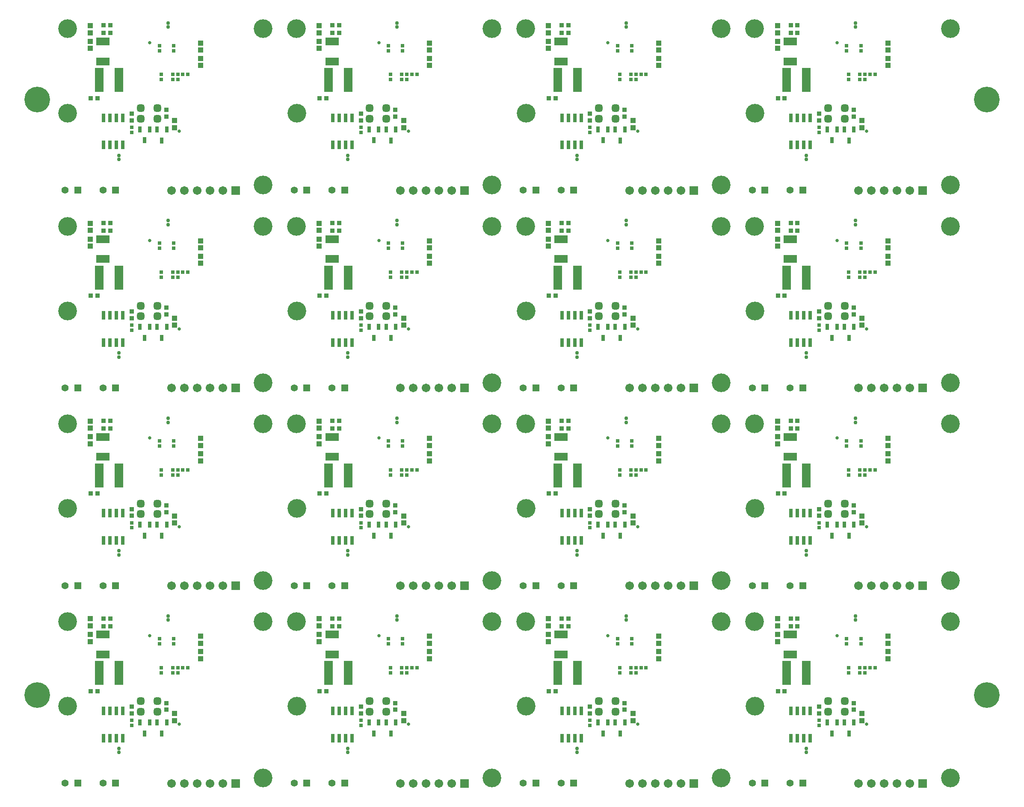
<source format=gbs>
G04*
G04 #@! TF.GenerationSoftware,Altium Limited,Altium Designer,20.2.6 (244)*
G04*
G04 Layer_Color=16711935*
%FSLAX44Y44*%
%MOMM*%
G71*
G04*
G04 #@! TF.SameCoordinates,9645A69E-1417-4B4D-8682-0EA00A473316*
G04*
G04*
G04 #@! TF.FilePolarity,Negative*
G04*
G01*
G75*
%ADD61C,5.0800*%
%ADD67R,0.7032X0.7032*%
%ADD69R,0.7032X0.7032*%
%ADD79R,0.9652X0.9652*%
%ADD84R,1.1032X1.0132*%
%ADD85C,0.7532*%
%ADD86C,1.4032*%
%ADD87R,1.4032X1.4032*%
%ADD88C,1.7032*%
%ADD89R,1.7032X1.7032*%
%ADD90C,3.7032*%
%ADD91C,0.6602*%
%ADD92R,0.8032X1.7532*%
G04:AMPARAMS|DCode=93|XSize=1.4732mm|YSize=1.4732mm|CornerRadius=0.4191mm|HoleSize=0mm|Usage=FLASHONLY|Rotation=180.000|XOffset=0mm|YOffset=0mm|HoleType=Round|Shape=RoundedRectangle|*
%AMROUNDEDRECTD93*
21,1,1.4732,0.6350,0,0,180.0*
21,1,0.6350,1.4732,0,0,180.0*
1,1,0.8382,-0.3175,0.3175*
1,1,0.8382,0.3175,0.3175*
1,1,0.8382,0.3175,-0.3175*
1,1,0.8382,-0.3175,-0.3175*
%
%ADD93ROUNDEDRECTD93*%
%ADD94R,0.9652X0.9652*%
%ADD95R,0.8032X1.3032*%
%ADD96R,1.8032X4.7032*%
%ADD97R,0.6532X1.5532*%
D61*
X30000Y1380000D02*
D03*
Y200000D02*
D03*
X1910000D02*
D03*
Y1380000D02*
D03*
D67*
X328144Y254174D02*
D03*
X318144D02*
D03*
X781644D02*
D03*
X771644D02*
D03*
X1235144D02*
D03*
X1225144D02*
D03*
X1688644D02*
D03*
X1678644D02*
D03*
X328144Y645974D02*
D03*
X318144D02*
D03*
X781644D02*
D03*
X771644D02*
D03*
X1235144D02*
D03*
X1225144D02*
D03*
X1688644D02*
D03*
X1678644D02*
D03*
X328144Y1037774D02*
D03*
X318144D02*
D03*
X781644D02*
D03*
X771644D02*
D03*
X1235144D02*
D03*
X1225144D02*
D03*
X1688644D02*
D03*
X1678644D02*
D03*
X328144Y1429574D02*
D03*
X318144D02*
D03*
X781644D02*
D03*
X771644D02*
D03*
X1235144D02*
D03*
X1225144D02*
D03*
X1688644D02*
D03*
X1678644D02*
D03*
D69*
X217226Y149526D02*
D03*
Y139526D02*
D03*
X271750Y311500D02*
D03*
Y301500D02*
D03*
X299750Y311500D02*
D03*
Y301500D02*
D03*
X275900Y244174D02*
D03*
Y254174D02*
D03*
X297998Y244174D02*
D03*
Y254174D02*
D03*
X308158Y244174D02*
D03*
Y254174D02*
D03*
X670726Y149526D02*
D03*
Y139526D02*
D03*
X725250Y311500D02*
D03*
Y301500D02*
D03*
X753250Y311500D02*
D03*
Y301500D02*
D03*
X729400Y244174D02*
D03*
Y254174D02*
D03*
X751498Y244174D02*
D03*
Y254174D02*
D03*
X761658Y244174D02*
D03*
Y254174D02*
D03*
X1124226Y149526D02*
D03*
Y139526D02*
D03*
X1178750Y311500D02*
D03*
Y301500D02*
D03*
X1206750Y311500D02*
D03*
Y301500D02*
D03*
X1182900Y244174D02*
D03*
Y254174D02*
D03*
X1204998Y244174D02*
D03*
Y254174D02*
D03*
X1215158Y244174D02*
D03*
Y254174D02*
D03*
X1577726Y149526D02*
D03*
Y139526D02*
D03*
X1632250Y311500D02*
D03*
Y301500D02*
D03*
X1660250Y311500D02*
D03*
Y301500D02*
D03*
X1636400Y244174D02*
D03*
Y254174D02*
D03*
X1658498Y244174D02*
D03*
Y254174D02*
D03*
X1668658Y244174D02*
D03*
Y254174D02*
D03*
X217226Y541326D02*
D03*
Y531326D02*
D03*
X271750Y703300D02*
D03*
Y693300D02*
D03*
X299750Y703300D02*
D03*
Y693300D02*
D03*
X275900Y635974D02*
D03*
Y645974D02*
D03*
X297998Y635974D02*
D03*
Y645974D02*
D03*
X308158Y635974D02*
D03*
Y645974D02*
D03*
X670726Y541326D02*
D03*
Y531326D02*
D03*
X725250Y703300D02*
D03*
Y693300D02*
D03*
X753250Y703300D02*
D03*
Y693300D02*
D03*
X729400Y635974D02*
D03*
Y645974D02*
D03*
X751498Y635974D02*
D03*
Y645974D02*
D03*
X761658Y635974D02*
D03*
Y645974D02*
D03*
X1124226Y541326D02*
D03*
Y531326D02*
D03*
X1178750Y703300D02*
D03*
Y693300D02*
D03*
X1206750Y703300D02*
D03*
Y693300D02*
D03*
X1182900Y635974D02*
D03*
Y645974D02*
D03*
X1204998Y635974D02*
D03*
Y645974D02*
D03*
X1215158Y635974D02*
D03*
Y645974D02*
D03*
X1577726Y541326D02*
D03*
Y531326D02*
D03*
X1632250Y703300D02*
D03*
Y693300D02*
D03*
X1660250Y703300D02*
D03*
Y693300D02*
D03*
X1636400Y635974D02*
D03*
Y645974D02*
D03*
X1658498Y635974D02*
D03*
Y645974D02*
D03*
X1668658Y635974D02*
D03*
Y645974D02*
D03*
X217226Y933126D02*
D03*
Y923126D02*
D03*
X271750Y1095100D02*
D03*
Y1085100D02*
D03*
X299750Y1095100D02*
D03*
Y1085100D02*
D03*
X275900Y1027774D02*
D03*
Y1037774D02*
D03*
X297998Y1027774D02*
D03*
Y1037774D02*
D03*
X308158Y1027774D02*
D03*
Y1037774D02*
D03*
X670726Y933126D02*
D03*
Y923126D02*
D03*
X725250Y1095100D02*
D03*
Y1085100D02*
D03*
X753250Y1095100D02*
D03*
Y1085100D02*
D03*
X729400Y1027774D02*
D03*
Y1037774D02*
D03*
X751498Y1027774D02*
D03*
Y1037774D02*
D03*
X761658Y1027774D02*
D03*
Y1037774D02*
D03*
X1124226Y933126D02*
D03*
Y923126D02*
D03*
X1178750Y1095100D02*
D03*
Y1085100D02*
D03*
X1206750Y1095100D02*
D03*
Y1085100D02*
D03*
X1182900Y1027774D02*
D03*
Y1037774D02*
D03*
X1204998Y1027774D02*
D03*
Y1037774D02*
D03*
X1215158Y1027774D02*
D03*
Y1037774D02*
D03*
X1577726Y933126D02*
D03*
Y923126D02*
D03*
X1632250Y1095100D02*
D03*
Y1085100D02*
D03*
X1660250Y1095100D02*
D03*
Y1085100D02*
D03*
X1636400Y1027774D02*
D03*
Y1037774D02*
D03*
X1658498Y1027774D02*
D03*
Y1037774D02*
D03*
X1668658Y1027774D02*
D03*
Y1037774D02*
D03*
X217226Y1324926D02*
D03*
Y1314926D02*
D03*
X271750Y1486900D02*
D03*
Y1476900D02*
D03*
X299750Y1486900D02*
D03*
Y1476900D02*
D03*
X275900Y1419574D02*
D03*
Y1429574D02*
D03*
X297998Y1419574D02*
D03*
Y1429574D02*
D03*
X308158Y1419574D02*
D03*
Y1429574D02*
D03*
X670726Y1324926D02*
D03*
Y1314926D02*
D03*
X725250Y1486900D02*
D03*
Y1476900D02*
D03*
X753250Y1486900D02*
D03*
Y1476900D02*
D03*
X729400Y1419574D02*
D03*
Y1429574D02*
D03*
X751498Y1419574D02*
D03*
Y1429574D02*
D03*
X761658Y1419574D02*
D03*
Y1429574D02*
D03*
X1124226Y1324926D02*
D03*
Y1314926D02*
D03*
X1178750Y1486900D02*
D03*
Y1476900D02*
D03*
X1206750Y1486900D02*
D03*
Y1476900D02*
D03*
X1182900Y1419574D02*
D03*
Y1429574D02*
D03*
X1204998Y1419574D02*
D03*
Y1429574D02*
D03*
X1215158Y1419574D02*
D03*
Y1429574D02*
D03*
X1577726Y1324926D02*
D03*
Y1314926D02*
D03*
X1632250Y1486900D02*
D03*
Y1476900D02*
D03*
X1660250Y1486900D02*
D03*
Y1476900D02*
D03*
X1636400Y1419574D02*
D03*
Y1429574D02*
D03*
X1658498Y1419574D02*
D03*
Y1429574D02*
D03*
X1668658Y1419574D02*
D03*
Y1429574D02*
D03*
D79*
X161026Y351536D02*
D03*
X174366D02*
D03*
Y336296D02*
D03*
X161026D02*
D03*
X135626Y207518D02*
D03*
X148966D02*
D03*
X614526Y351536D02*
D03*
X627866D02*
D03*
Y336296D02*
D03*
X614526D02*
D03*
X589126Y207518D02*
D03*
X602466D02*
D03*
X1068026Y351536D02*
D03*
X1081366D02*
D03*
Y336296D02*
D03*
X1068026D02*
D03*
X1042626Y207518D02*
D03*
X1055966D02*
D03*
X1521526Y351536D02*
D03*
X1534866D02*
D03*
Y336296D02*
D03*
X1521526D02*
D03*
X1496126Y207518D02*
D03*
X1509466D02*
D03*
X161026Y743336D02*
D03*
X174366D02*
D03*
Y728096D02*
D03*
X161026D02*
D03*
X135626Y599318D02*
D03*
X148966D02*
D03*
X614526Y743336D02*
D03*
X627866D02*
D03*
Y728096D02*
D03*
X614526D02*
D03*
X589126Y599318D02*
D03*
X602466D02*
D03*
X1068026Y743336D02*
D03*
X1081366D02*
D03*
Y728096D02*
D03*
X1068026D02*
D03*
X1042626Y599318D02*
D03*
X1055966D02*
D03*
X1521526Y743336D02*
D03*
X1534866D02*
D03*
Y728096D02*
D03*
X1521526D02*
D03*
X1496126Y599318D02*
D03*
X1509466D02*
D03*
X161026Y1135136D02*
D03*
X174366D02*
D03*
Y1119896D02*
D03*
X161026D02*
D03*
X135626Y991118D02*
D03*
X148966D02*
D03*
X614526Y1135136D02*
D03*
X627866D02*
D03*
Y1119896D02*
D03*
X614526D02*
D03*
X589126Y991118D02*
D03*
X602466D02*
D03*
X1068026Y1135136D02*
D03*
X1081366D02*
D03*
Y1119896D02*
D03*
X1068026D02*
D03*
X1042626Y991118D02*
D03*
X1055966D02*
D03*
X1521526Y1135136D02*
D03*
X1534866D02*
D03*
Y1119896D02*
D03*
X1521526D02*
D03*
X1496126Y991118D02*
D03*
X1509466D02*
D03*
X161026Y1526936D02*
D03*
X174366D02*
D03*
Y1511696D02*
D03*
X161026D02*
D03*
X135626Y1382918D02*
D03*
X148966D02*
D03*
X614526Y1526936D02*
D03*
X627866D02*
D03*
Y1511696D02*
D03*
X614526D02*
D03*
X589126Y1382918D02*
D03*
X602466D02*
D03*
X1068026Y1526936D02*
D03*
X1081366D02*
D03*
Y1511696D02*
D03*
X1068026D02*
D03*
X1042626Y1382918D02*
D03*
X1055966D02*
D03*
X1521526Y1526936D02*
D03*
X1534866D02*
D03*
Y1511696D02*
D03*
X1521526D02*
D03*
X1496126Y1382918D02*
D03*
X1509466D02*
D03*
D84*
X302064Y149006D02*
D03*
Y162906D02*
D03*
X353116Y285934D02*
D03*
Y272034D02*
D03*
Y316414D02*
D03*
Y302514D02*
D03*
X134674Y305978D02*
D03*
Y319878D02*
D03*
X134678Y350885D02*
D03*
Y336985D02*
D03*
X755564Y149006D02*
D03*
Y162906D02*
D03*
X806616Y285934D02*
D03*
Y272034D02*
D03*
Y316414D02*
D03*
Y302514D02*
D03*
X588174Y305978D02*
D03*
Y319878D02*
D03*
X588178Y350885D02*
D03*
Y336985D02*
D03*
X1209064Y149006D02*
D03*
Y162906D02*
D03*
X1260116Y285934D02*
D03*
Y272034D02*
D03*
Y316414D02*
D03*
Y302514D02*
D03*
X1041674Y305978D02*
D03*
Y319878D02*
D03*
X1041678Y350885D02*
D03*
Y336985D02*
D03*
X1662564Y149006D02*
D03*
Y162906D02*
D03*
X1713616Y285934D02*
D03*
Y272034D02*
D03*
Y316414D02*
D03*
Y302514D02*
D03*
X1495174Y305978D02*
D03*
Y319878D02*
D03*
X1495178Y350885D02*
D03*
Y336985D02*
D03*
X302064Y540806D02*
D03*
Y554706D02*
D03*
X353116Y677734D02*
D03*
Y663834D02*
D03*
Y708214D02*
D03*
Y694314D02*
D03*
X134674Y697778D02*
D03*
Y711678D02*
D03*
X134678Y742685D02*
D03*
Y728785D02*
D03*
X755564Y540806D02*
D03*
Y554706D02*
D03*
X806616Y677734D02*
D03*
Y663834D02*
D03*
Y708214D02*
D03*
Y694314D02*
D03*
X588174Y697778D02*
D03*
Y711678D02*
D03*
X588178Y742685D02*
D03*
Y728785D02*
D03*
X1209064Y540806D02*
D03*
Y554706D02*
D03*
X1260116Y677734D02*
D03*
Y663834D02*
D03*
Y708214D02*
D03*
Y694314D02*
D03*
X1041674Y697778D02*
D03*
Y711678D02*
D03*
X1041678Y742685D02*
D03*
Y728785D02*
D03*
X1662564Y540806D02*
D03*
Y554706D02*
D03*
X1713616Y677734D02*
D03*
Y663834D02*
D03*
Y708214D02*
D03*
Y694314D02*
D03*
X1495174Y697778D02*
D03*
Y711678D02*
D03*
X1495178Y742685D02*
D03*
Y728785D02*
D03*
X302064Y932606D02*
D03*
Y946506D02*
D03*
X353116Y1069534D02*
D03*
Y1055634D02*
D03*
Y1100014D02*
D03*
Y1086114D02*
D03*
X134674Y1089578D02*
D03*
Y1103478D02*
D03*
X134678Y1134485D02*
D03*
Y1120585D02*
D03*
X755564Y932606D02*
D03*
Y946506D02*
D03*
X806616Y1069534D02*
D03*
Y1055634D02*
D03*
Y1100014D02*
D03*
Y1086114D02*
D03*
X588174Y1089578D02*
D03*
Y1103478D02*
D03*
X588178Y1134485D02*
D03*
Y1120585D02*
D03*
X1209064Y932606D02*
D03*
Y946506D02*
D03*
X1260116Y1069534D02*
D03*
Y1055634D02*
D03*
Y1100014D02*
D03*
Y1086114D02*
D03*
X1041674Y1089578D02*
D03*
Y1103478D02*
D03*
X1041678Y1134485D02*
D03*
Y1120585D02*
D03*
X1662564Y932606D02*
D03*
Y946506D02*
D03*
X1713616Y1069534D02*
D03*
Y1055634D02*
D03*
Y1100014D02*
D03*
Y1086114D02*
D03*
X1495174Y1089578D02*
D03*
Y1103478D02*
D03*
X1495178Y1134485D02*
D03*
Y1120585D02*
D03*
X302064Y1324406D02*
D03*
Y1338306D02*
D03*
X353116Y1461334D02*
D03*
Y1447434D02*
D03*
Y1491814D02*
D03*
Y1477914D02*
D03*
X134674Y1481378D02*
D03*
Y1495278D02*
D03*
X134678Y1526285D02*
D03*
Y1512385D02*
D03*
X755564Y1324406D02*
D03*
Y1338306D02*
D03*
X806616Y1461334D02*
D03*
Y1447434D02*
D03*
Y1491814D02*
D03*
Y1477914D02*
D03*
X588174Y1481378D02*
D03*
Y1495278D02*
D03*
X588178Y1526285D02*
D03*
Y1512385D02*
D03*
X1209064Y1324406D02*
D03*
Y1338306D02*
D03*
X1260116Y1461334D02*
D03*
Y1447434D02*
D03*
Y1491814D02*
D03*
Y1477914D02*
D03*
X1041674Y1481378D02*
D03*
Y1495278D02*
D03*
X1041678Y1526285D02*
D03*
Y1512385D02*
D03*
X1662564Y1324406D02*
D03*
Y1338306D02*
D03*
X1713616Y1461334D02*
D03*
Y1447434D02*
D03*
Y1491814D02*
D03*
Y1477914D02*
D03*
X1495174Y1481378D02*
D03*
Y1495278D02*
D03*
X1495178Y1526285D02*
D03*
Y1512385D02*
D03*
D85*
X288750Y348500D02*
D03*
Y356500D02*
D03*
X191572Y93916D02*
D03*
Y85916D02*
D03*
X742250Y348500D02*
D03*
Y356500D02*
D03*
X645072Y93916D02*
D03*
Y85916D02*
D03*
X1195750Y348500D02*
D03*
Y356500D02*
D03*
X1098572Y93916D02*
D03*
Y85916D02*
D03*
X1649250Y348500D02*
D03*
Y356500D02*
D03*
X1552072Y93916D02*
D03*
Y85916D02*
D03*
X288750Y740300D02*
D03*
Y748300D02*
D03*
X191572Y485716D02*
D03*
Y477716D02*
D03*
X742250Y740300D02*
D03*
Y748300D02*
D03*
X645072Y485716D02*
D03*
Y477716D02*
D03*
X1195750Y740300D02*
D03*
Y748300D02*
D03*
X1098572Y485716D02*
D03*
Y477716D02*
D03*
X1649250Y740300D02*
D03*
Y748300D02*
D03*
X1552072Y485716D02*
D03*
Y477716D02*
D03*
X288750Y1132100D02*
D03*
Y1140100D02*
D03*
X191572Y877516D02*
D03*
Y869516D02*
D03*
X742250Y1132100D02*
D03*
Y1140100D02*
D03*
X645072Y877516D02*
D03*
Y869516D02*
D03*
X1195750Y1132100D02*
D03*
Y1140100D02*
D03*
X1098572Y877516D02*
D03*
Y869516D02*
D03*
X1649250Y1132100D02*
D03*
Y1140100D02*
D03*
X1552072Y877516D02*
D03*
Y869516D02*
D03*
X288750Y1523900D02*
D03*
Y1531900D02*
D03*
X191572Y1269316D02*
D03*
Y1261316D02*
D03*
X742250Y1523900D02*
D03*
Y1531900D02*
D03*
X645072Y1269316D02*
D03*
Y1261316D02*
D03*
X1195750Y1523900D02*
D03*
Y1531900D02*
D03*
X1098572Y1269316D02*
D03*
Y1261316D02*
D03*
X1649250Y1523900D02*
D03*
Y1531900D02*
D03*
X1552072Y1269316D02*
D03*
Y1261316D02*
D03*
D86*
X160000Y25000D02*
D03*
X85000D02*
D03*
X613500D02*
D03*
X538500D02*
D03*
X1067000D02*
D03*
X992000D02*
D03*
X1520500D02*
D03*
X1445500D02*
D03*
X160000Y416800D02*
D03*
X85000D02*
D03*
X613500D02*
D03*
X538500D02*
D03*
X1067000D02*
D03*
X992000D02*
D03*
X1520500D02*
D03*
X1445500D02*
D03*
X160000Y808600D02*
D03*
X85000D02*
D03*
X613500D02*
D03*
X538500D02*
D03*
X1067000D02*
D03*
X992000D02*
D03*
X1520500D02*
D03*
X1445500D02*
D03*
X160000Y1200400D02*
D03*
X85000D02*
D03*
X613500D02*
D03*
X538500D02*
D03*
X1067000D02*
D03*
X992000D02*
D03*
X1520500D02*
D03*
X1445500D02*
D03*
D87*
X185000Y25000D02*
D03*
X110000D02*
D03*
X638500D02*
D03*
X563500D02*
D03*
X1092000D02*
D03*
X1017000D02*
D03*
X1545500D02*
D03*
X1470500D02*
D03*
X185000Y416800D02*
D03*
X110000D02*
D03*
X638500D02*
D03*
X563500D02*
D03*
X1092000D02*
D03*
X1017000D02*
D03*
X1545500D02*
D03*
X1470500D02*
D03*
X185000Y808600D02*
D03*
X110000D02*
D03*
X638500D02*
D03*
X563500D02*
D03*
X1092000D02*
D03*
X1017000D02*
D03*
X1545500D02*
D03*
X1470500D02*
D03*
X185000Y1200400D02*
D03*
X110000D02*
D03*
X638500D02*
D03*
X563500D02*
D03*
X1092000D02*
D03*
X1017000D02*
D03*
X1545500D02*
D03*
X1470500D02*
D03*
D88*
X295500Y24502D02*
D03*
X397100D02*
D03*
X371700D02*
D03*
X346300D02*
D03*
X320900D02*
D03*
X749000D02*
D03*
X850600D02*
D03*
X825200D02*
D03*
X799800D02*
D03*
X774400D02*
D03*
X1202500D02*
D03*
X1304100D02*
D03*
X1278700D02*
D03*
X1253300D02*
D03*
X1227900D02*
D03*
X1656000D02*
D03*
X1757600D02*
D03*
X1732200D02*
D03*
X1706800D02*
D03*
X1681400D02*
D03*
X295500Y416302D02*
D03*
X397100D02*
D03*
X371700D02*
D03*
X346300D02*
D03*
X320900D02*
D03*
X749000D02*
D03*
X850600D02*
D03*
X825200D02*
D03*
X799800D02*
D03*
X774400D02*
D03*
X1202500D02*
D03*
X1304100D02*
D03*
X1278700D02*
D03*
X1253300D02*
D03*
X1227900D02*
D03*
X1656000D02*
D03*
X1757600D02*
D03*
X1732200D02*
D03*
X1706800D02*
D03*
X1681400D02*
D03*
X295500Y808102D02*
D03*
X397100D02*
D03*
X371700D02*
D03*
X346300D02*
D03*
X320900D02*
D03*
X749000D02*
D03*
X850600D02*
D03*
X825200D02*
D03*
X799800D02*
D03*
X774400D02*
D03*
X1202500D02*
D03*
X1304100D02*
D03*
X1278700D02*
D03*
X1253300D02*
D03*
X1227900D02*
D03*
X1656000D02*
D03*
X1757600D02*
D03*
X1732200D02*
D03*
X1706800D02*
D03*
X1681400D02*
D03*
X295500Y1199902D02*
D03*
X397100D02*
D03*
X371700D02*
D03*
X346300D02*
D03*
X320900D02*
D03*
X749000D02*
D03*
X850600D02*
D03*
X825200D02*
D03*
X799800D02*
D03*
X774400D02*
D03*
X1202500D02*
D03*
X1304100D02*
D03*
X1278700D02*
D03*
X1253300D02*
D03*
X1227900D02*
D03*
X1656000D02*
D03*
X1757600D02*
D03*
X1732200D02*
D03*
X1706800D02*
D03*
X1681400D02*
D03*
D89*
X422500Y24502D02*
D03*
X876000D02*
D03*
X1329500D02*
D03*
X1783000D02*
D03*
X422500Y416302D02*
D03*
X876000D02*
D03*
X1329500D02*
D03*
X1783000D02*
D03*
X422500Y808102D02*
D03*
X876000D02*
D03*
X1329500D02*
D03*
X1783000D02*
D03*
X422500Y1199902D02*
D03*
X876000D02*
D03*
X1329500D02*
D03*
X1783000D02*
D03*
D90*
X90400Y177700D02*
D03*
X89700Y345300D02*
D03*
X476700Y345200D02*
D03*
Y35200D02*
D03*
X543900Y177700D02*
D03*
X543200Y345300D02*
D03*
X930200Y345200D02*
D03*
Y35200D02*
D03*
X997400Y177700D02*
D03*
X996700Y345300D02*
D03*
X1383700Y345200D02*
D03*
Y35200D02*
D03*
X1450900Y177700D02*
D03*
X1450200Y345300D02*
D03*
X1837200Y345200D02*
D03*
Y35200D02*
D03*
X90400Y569500D02*
D03*
X89700Y737100D02*
D03*
X476700Y737000D02*
D03*
Y427000D02*
D03*
X543900Y569500D02*
D03*
X543200Y737100D02*
D03*
X930200Y737000D02*
D03*
Y427000D02*
D03*
X997400Y569500D02*
D03*
X996700Y737100D02*
D03*
X1383700Y737000D02*
D03*
Y427000D02*
D03*
X1450900Y569500D02*
D03*
X1450200Y737100D02*
D03*
X1837200Y737000D02*
D03*
Y427000D02*
D03*
X90400Y961300D02*
D03*
X89700Y1128900D02*
D03*
X476700Y1128800D02*
D03*
Y818800D02*
D03*
X543900Y961300D02*
D03*
X543200Y1128900D02*
D03*
X930200Y1128800D02*
D03*
Y818800D02*
D03*
X997400Y961300D02*
D03*
X996700Y1128900D02*
D03*
X1383700Y1128800D02*
D03*
Y818800D02*
D03*
X1450900Y961300D02*
D03*
X1450200Y1128900D02*
D03*
X1837200Y1128800D02*
D03*
Y818800D02*
D03*
X90400Y1353100D02*
D03*
X89700Y1520700D02*
D03*
X476700Y1520600D02*
D03*
Y1210600D02*
D03*
X543900Y1353100D02*
D03*
X543200Y1520700D02*
D03*
X930200Y1520600D02*
D03*
Y1210600D02*
D03*
X997400Y1353100D02*
D03*
X996700Y1520700D02*
D03*
X1383700Y1520600D02*
D03*
Y1210600D02*
D03*
X1450900Y1353100D02*
D03*
X1450200Y1520700D02*
D03*
X1837200Y1520600D02*
D03*
Y1210600D02*
D03*
D91*
X252552Y317302D02*
D03*
X311500Y141750D02*
D03*
X706052Y317302D02*
D03*
X765000Y141750D02*
D03*
X1159552Y317302D02*
D03*
X1218500Y141750D02*
D03*
X1613052Y317302D02*
D03*
X1672000Y141750D02*
D03*
X252552Y709102D02*
D03*
X311500Y533550D02*
D03*
X706052Y709102D02*
D03*
X765000Y533550D02*
D03*
X1159552Y709102D02*
D03*
X1218500Y533550D02*
D03*
X1613052Y709102D02*
D03*
X1672000Y533550D02*
D03*
X252552Y1100902D02*
D03*
X311500Y925350D02*
D03*
X706052Y1100902D02*
D03*
X765000Y925350D02*
D03*
X1159552Y1100902D02*
D03*
X1218500Y925350D02*
D03*
X1613052Y1100902D02*
D03*
X1672000Y925350D02*
D03*
X252552Y1492702D02*
D03*
X311500Y1317150D02*
D03*
X706052Y1492702D02*
D03*
X765000Y1317150D02*
D03*
X1159552Y1492702D02*
D03*
X1218500Y1317150D02*
D03*
X1613052Y1492702D02*
D03*
X1672000Y1317150D02*
D03*
D92*
X161600Y168478D02*
D03*
X174300D02*
D03*
X187000D02*
D03*
X199700D02*
D03*
X161600Y114478D02*
D03*
X174300D02*
D03*
X187000D02*
D03*
X199700D02*
D03*
X615100Y168478D02*
D03*
X627800D02*
D03*
X640500D02*
D03*
X653200D02*
D03*
X615100Y114478D02*
D03*
X627800D02*
D03*
X640500D02*
D03*
X653200D02*
D03*
X1068600Y168478D02*
D03*
X1081300D02*
D03*
X1094000D02*
D03*
X1106700D02*
D03*
X1068600Y114478D02*
D03*
X1081300D02*
D03*
X1094000D02*
D03*
X1106700D02*
D03*
X1522100Y168478D02*
D03*
X1534800D02*
D03*
X1547500D02*
D03*
X1560200D02*
D03*
X1522100Y114478D02*
D03*
X1534800D02*
D03*
X1547500D02*
D03*
X1560200D02*
D03*
X161600Y560278D02*
D03*
X174300D02*
D03*
X187000D02*
D03*
X199700D02*
D03*
X161600Y506278D02*
D03*
X174300D02*
D03*
X187000D02*
D03*
X199700D02*
D03*
X615100Y560278D02*
D03*
X627800D02*
D03*
X640500D02*
D03*
X653200D02*
D03*
X615100Y506278D02*
D03*
X627800D02*
D03*
X640500D02*
D03*
X653200D02*
D03*
X1068600Y560278D02*
D03*
X1081300D02*
D03*
X1094000D02*
D03*
X1106700D02*
D03*
X1068600Y506278D02*
D03*
X1081300D02*
D03*
X1094000D02*
D03*
X1106700D02*
D03*
X1522100Y560278D02*
D03*
X1534800D02*
D03*
X1547500D02*
D03*
X1560200D02*
D03*
X1522100Y506278D02*
D03*
X1534800D02*
D03*
X1547500D02*
D03*
X1560200D02*
D03*
X161600Y952078D02*
D03*
X174300D02*
D03*
X187000D02*
D03*
X199700D02*
D03*
X161600Y898078D02*
D03*
X174300D02*
D03*
X187000D02*
D03*
X199700D02*
D03*
X615100Y952078D02*
D03*
X627800D02*
D03*
X640500D02*
D03*
X653200D02*
D03*
X615100Y898078D02*
D03*
X627800D02*
D03*
X640500D02*
D03*
X653200D02*
D03*
X1068600Y952078D02*
D03*
X1081300D02*
D03*
X1094000D02*
D03*
X1106700D02*
D03*
X1068600Y898078D02*
D03*
X1081300D02*
D03*
X1094000D02*
D03*
X1106700D02*
D03*
X1522100Y952078D02*
D03*
X1534800D02*
D03*
X1547500D02*
D03*
X1560200D02*
D03*
X1522100Y898078D02*
D03*
X1534800D02*
D03*
X1547500D02*
D03*
X1560200D02*
D03*
X161600Y1343878D02*
D03*
X174300D02*
D03*
X187000D02*
D03*
X199700D02*
D03*
X161600Y1289878D02*
D03*
X174300D02*
D03*
X187000D02*
D03*
X199700D02*
D03*
X615100Y1343878D02*
D03*
X627800D02*
D03*
X640500D02*
D03*
X653200D02*
D03*
X615100Y1289878D02*
D03*
X627800D02*
D03*
X640500D02*
D03*
X653200D02*
D03*
X1068600Y1343878D02*
D03*
X1081300D02*
D03*
X1094000D02*
D03*
X1106700D02*
D03*
X1068600Y1289878D02*
D03*
X1081300D02*
D03*
X1094000D02*
D03*
X1106700D02*
D03*
X1522100Y1343878D02*
D03*
X1534800D02*
D03*
X1547500D02*
D03*
X1560200D02*
D03*
X1522100Y1289878D02*
D03*
X1534800D02*
D03*
X1547500D02*
D03*
X1560200D02*
D03*
D93*
X267772Y166878D02*
D03*
X234752D02*
D03*
X267772Y187452D02*
D03*
X234752D02*
D03*
X721272Y166878D02*
D03*
X688252D02*
D03*
X721272Y187452D02*
D03*
X688252D02*
D03*
X1174772Y166878D02*
D03*
X1141752D02*
D03*
X1174772Y187452D02*
D03*
X1141752D02*
D03*
X1628272Y166878D02*
D03*
X1595252D02*
D03*
X1628272Y187452D02*
D03*
X1595252D02*
D03*
X267772Y558678D02*
D03*
X234752D02*
D03*
X267772Y579252D02*
D03*
X234752D02*
D03*
X721272Y558678D02*
D03*
X688252D02*
D03*
X721272Y579252D02*
D03*
X688252D02*
D03*
X1174772Y558678D02*
D03*
X1141752D02*
D03*
X1174772Y579252D02*
D03*
X1141752D02*
D03*
X1628272Y558678D02*
D03*
X1595252D02*
D03*
X1628272Y579252D02*
D03*
X1595252D02*
D03*
X267772Y950478D02*
D03*
X234752D02*
D03*
X267772Y971052D02*
D03*
X234752D02*
D03*
X721272Y950478D02*
D03*
X688252D02*
D03*
X721272Y971052D02*
D03*
X688252D02*
D03*
X1174772Y950478D02*
D03*
X1141752D02*
D03*
X1174772Y971052D02*
D03*
X1141752D02*
D03*
X1628272Y950478D02*
D03*
X1595252D02*
D03*
X1628272Y971052D02*
D03*
X1595252D02*
D03*
X267772Y1342278D02*
D03*
X234752D02*
D03*
X267772Y1362852D02*
D03*
X234752D02*
D03*
X721272Y1342278D02*
D03*
X688252D02*
D03*
X721272Y1362852D02*
D03*
X688252D02*
D03*
X1174772Y1342278D02*
D03*
X1141752D02*
D03*
X1174772Y1362852D02*
D03*
X1141752D02*
D03*
X1628272Y1342278D02*
D03*
X1595252D02*
D03*
X1628272Y1362852D02*
D03*
X1595252D02*
D03*
D94*
X285552Y170622D02*
D03*
Y183962D02*
D03*
X217226Y176596D02*
D03*
Y163256D02*
D03*
X739052Y170622D02*
D03*
Y183962D02*
D03*
X670726Y176596D02*
D03*
Y163256D02*
D03*
X1192552Y170622D02*
D03*
Y183962D02*
D03*
X1124226Y176596D02*
D03*
Y163256D02*
D03*
X1646052Y170622D02*
D03*
Y183962D02*
D03*
X1577726Y176596D02*
D03*
Y163256D02*
D03*
X285552Y562422D02*
D03*
Y575762D02*
D03*
X217226Y568396D02*
D03*
Y555056D02*
D03*
X739052Y562422D02*
D03*
Y575762D02*
D03*
X670726Y568396D02*
D03*
Y555056D02*
D03*
X1192552Y562422D02*
D03*
Y575762D02*
D03*
X1124226Y568396D02*
D03*
Y555056D02*
D03*
X1646052Y562422D02*
D03*
Y575762D02*
D03*
X1577726Y568396D02*
D03*
Y555056D02*
D03*
X285552Y954222D02*
D03*
Y967562D02*
D03*
X217226Y960196D02*
D03*
Y946856D02*
D03*
X739052Y954222D02*
D03*
Y967562D02*
D03*
X670726Y960196D02*
D03*
Y946856D02*
D03*
X1192552Y954222D02*
D03*
Y967562D02*
D03*
X1124226Y960196D02*
D03*
Y946856D02*
D03*
X1646052Y954222D02*
D03*
Y967562D02*
D03*
X1577726Y960196D02*
D03*
Y946856D02*
D03*
X285552Y1346022D02*
D03*
Y1359362D02*
D03*
X217226Y1351996D02*
D03*
Y1338656D02*
D03*
X739052Y1346022D02*
D03*
Y1359362D02*
D03*
X670726Y1351996D02*
D03*
Y1338656D02*
D03*
X1192552Y1346022D02*
D03*
Y1359362D02*
D03*
X1124226Y1351996D02*
D03*
Y1338656D02*
D03*
X1646052Y1346022D02*
D03*
Y1359362D02*
D03*
X1577726Y1351996D02*
D03*
Y1338656D02*
D03*
D95*
X233380Y145726D02*
D03*
X252380D02*
D03*
X242880Y123726D02*
D03*
X267162Y145648D02*
D03*
X286162D02*
D03*
X276662Y123648D02*
D03*
X686880Y145726D02*
D03*
X705880D02*
D03*
X696380Y123726D02*
D03*
X720662Y145648D02*
D03*
X739662D02*
D03*
X730162Y123648D02*
D03*
X1140380Y145726D02*
D03*
X1159380D02*
D03*
X1149880Y123726D02*
D03*
X1174162Y145648D02*
D03*
X1193162D02*
D03*
X1183662Y123648D02*
D03*
X1593880Y145726D02*
D03*
X1612880D02*
D03*
X1603380Y123726D02*
D03*
X1627662Y145648D02*
D03*
X1646662D02*
D03*
X1637162Y123648D02*
D03*
X233380Y537526D02*
D03*
X252380D02*
D03*
X242880Y515526D02*
D03*
X267162Y537448D02*
D03*
X286162D02*
D03*
X276662Y515448D02*
D03*
X686880Y537526D02*
D03*
X705880D02*
D03*
X696380Y515526D02*
D03*
X720662Y537448D02*
D03*
X739662D02*
D03*
X730162Y515448D02*
D03*
X1140380Y537526D02*
D03*
X1159380D02*
D03*
X1149880Y515526D02*
D03*
X1174162Y537448D02*
D03*
X1193162D02*
D03*
X1183662Y515448D02*
D03*
X1593880Y537526D02*
D03*
X1612880D02*
D03*
X1603380Y515526D02*
D03*
X1627662Y537448D02*
D03*
X1646662D02*
D03*
X1637162Y515448D02*
D03*
X233380Y929326D02*
D03*
X252380D02*
D03*
X242880Y907326D02*
D03*
X267162Y929248D02*
D03*
X286162D02*
D03*
X276662Y907248D02*
D03*
X686880Y929326D02*
D03*
X705880D02*
D03*
X696380Y907326D02*
D03*
X720662Y929248D02*
D03*
X739662D02*
D03*
X730162Y907248D02*
D03*
X1140380Y929326D02*
D03*
X1159380D02*
D03*
X1149880Y907326D02*
D03*
X1174162Y929248D02*
D03*
X1193162D02*
D03*
X1183662Y907248D02*
D03*
X1593880Y929326D02*
D03*
X1612880D02*
D03*
X1603380Y907326D02*
D03*
X1627662Y929248D02*
D03*
X1646662D02*
D03*
X1637162Y907248D02*
D03*
X233380Y1321126D02*
D03*
X252380D02*
D03*
X242880Y1299126D02*
D03*
X267162Y1321048D02*
D03*
X286162D02*
D03*
X276662Y1299048D02*
D03*
X686880Y1321126D02*
D03*
X705880D02*
D03*
X696380Y1299126D02*
D03*
X720662Y1321048D02*
D03*
X739662D02*
D03*
X730162Y1299048D02*
D03*
X1140380Y1321126D02*
D03*
X1159380D02*
D03*
X1149880Y1299126D02*
D03*
X1174162Y1321048D02*
D03*
X1193162D02*
D03*
X1183662Y1299048D02*
D03*
X1593880Y1321126D02*
D03*
X1612880D02*
D03*
X1603380Y1299126D02*
D03*
X1627662Y1321048D02*
D03*
X1646662D02*
D03*
X1637162Y1299048D02*
D03*
D96*
X192022Y243332D02*
D03*
X153022D02*
D03*
X645522D02*
D03*
X606522D02*
D03*
X1099022D02*
D03*
X1060022D02*
D03*
X1552522D02*
D03*
X1513522D02*
D03*
X192022Y635132D02*
D03*
X153022D02*
D03*
X645522D02*
D03*
X606522D02*
D03*
X1099022D02*
D03*
X1060022D02*
D03*
X1552522D02*
D03*
X1513522D02*
D03*
X192022Y1026932D02*
D03*
X153022D02*
D03*
X645522D02*
D03*
X606522D02*
D03*
X1099022D02*
D03*
X1060022D02*
D03*
X1552522D02*
D03*
X1513522D02*
D03*
X192022Y1418732D02*
D03*
X153022D02*
D03*
X645522D02*
D03*
X606522D02*
D03*
X1099022D02*
D03*
X1060022D02*
D03*
X1552522D02*
D03*
X1513522D02*
D03*
D97*
X169826Y280224D02*
D03*
X163326D02*
D03*
X156826D02*
D03*
X150326D02*
D03*
X169826Y319724D02*
D03*
X163326D02*
D03*
X156826D02*
D03*
X150326D02*
D03*
X623326Y280224D02*
D03*
X616826D02*
D03*
X610326D02*
D03*
X603826D02*
D03*
X623326Y319724D02*
D03*
X616826D02*
D03*
X610326D02*
D03*
X603826D02*
D03*
X1076826Y280224D02*
D03*
X1070326D02*
D03*
X1063826D02*
D03*
X1057326D02*
D03*
X1076826Y319724D02*
D03*
X1070326D02*
D03*
X1063826D02*
D03*
X1057326D02*
D03*
X1530326Y280224D02*
D03*
X1523826D02*
D03*
X1517326D02*
D03*
X1510826D02*
D03*
X1530326Y319724D02*
D03*
X1523826D02*
D03*
X1517326D02*
D03*
X1510826D02*
D03*
X169826Y672024D02*
D03*
X163326D02*
D03*
X156826D02*
D03*
X150326D02*
D03*
X169826Y711524D02*
D03*
X163326D02*
D03*
X156826D02*
D03*
X150326D02*
D03*
X623326Y672024D02*
D03*
X616826D02*
D03*
X610326D02*
D03*
X603826D02*
D03*
X623326Y711524D02*
D03*
X616826D02*
D03*
X610326D02*
D03*
X603826D02*
D03*
X1076826Y672024D02*
D03*
X1070326D02*
D03*
X1063826D02*
D03*
X1057326D02*
D03*
X1076826Y711524D02*
D03*
X1070326D02*
D03*
X1063826D02*
D03*
X1057326D02*
D03*
X1530326Y672024D02*
D03*
X1523826D02*
D03*
X1517326D02*
D03*
X1510826D02*
D03*
X1530326Y711524D02*
D03*
X1523826D02*
D03*
X1517326D02*
D03*
X1510826D02*
D03*
X169826Y1063824D02*
D03*
X163326D02*
D03*
X156826D02*
D03*
X150326D02*
D03*
X169826Y1103324D02*
D03*
X163326D02*
D03*
X156826D02*
D03*
X150326D02*
D03*
X623326Y1063824D02*
D03*
X616826D02*
D03*
X610326D02*
D03*
X603826D02*
D03*
X623326Y1103324D02*
D03*
X616826D02*
D03*
X610326D02*
D03*
X603826D02*
D03*
X1076826Y1063824D02*
D03*
X1070326D02*
D03*
X1063826D02*
D03*
X1057326D02*
D03*
X1076826Y1103324D02*
D03*
X1070326D02*
D03*
X1063826D02*
D03*
X1057326D02*
D03*
X1530326Y1063824D02*
D03*
X1523826D02*
D03*
X1517326D02*
D03*
X1510826D02*
D03*
X1530326Y1103324D02*
D03*
X1523826D02*
D03*
X1517326D02*
D03*
X1510826D02*
D03*
X169826Y1455624D02*
D03*
X163326D02*
D03*
X156826D02*
D03*
X150326D02*
D03*
X169826Y1495124D02*
D03*
X163326D02*
D03*
X156826D02*
D03*
X150326D02*
D03*
X623326Y1455624D02*
D03*
X616826D02*
D03*
X610326D02*
D03*
X603826D02*
D03*
X623326Y1495124D02*
D03*
X616826D02*
D03*
X610326D02*
D03*
X603826D02*
D03*
X1076826Y1455624D02*
D03*
X1070326D02*
D03*
X1063826D02*
D03*
X1057326D02*
D03*
X1076826Y1495124D02*
D03*
X1070326D02*
D03*
X1063826D02*
D03*
X1057326D02*
D03*
X1530326Y1455624D02*
D03*
X1523826D02*
D03*
X1517326D02*
D03*
X1510826D02*
D03*
X1530326Y1495124D02*
D03*
X1523826D02*
D03*
X1517326D02*
D03*
X1510826D02*
D03*
M02*

</source>
